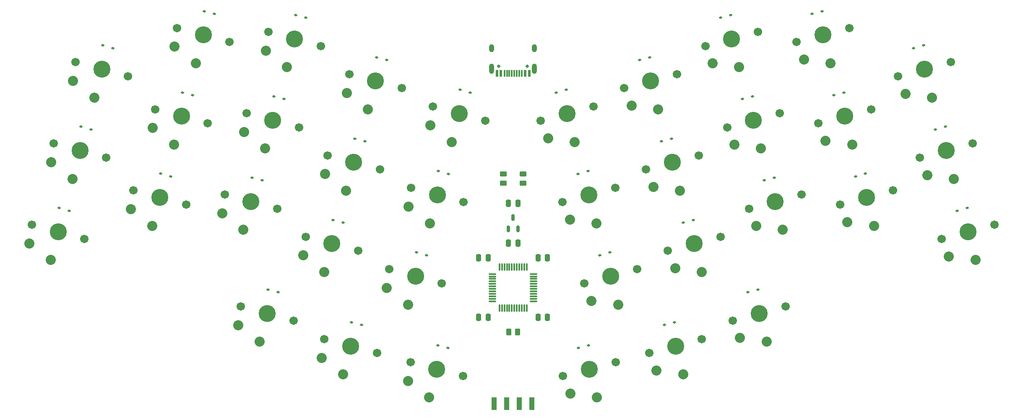
<source format=gts>
G04 #@! TF.GenerationSoftware,KiCad,Pcbnew,8.0.6+1*
G04 #@! TF.CreationDate,2024-11-03T11:26:52+01:00*
G04 #@! TF.ProjectId,keymini,6b65796d-696e-4692-9e6b-696361645f70,rev?*
G04 #@! TF.SameCoordinates,Original*
G04 #@! TF.FileFunction,Soldermask,Top*
G04 #@! TF.FilePolarity,Negative*
%FSLAX46Y46*%
G04 Gerber Fmt 4.6, Leading zero omitted, Abs format (unit mm)*
G04 Created by KiCad (PCBNEW 8.0.6+1) date 2024-11-03 11:26:52*
%MOMM*%
%LPD*%
G01*
G04 APERTURE LIST*
G04 Aperture macros list*
%AMRoundRect*
0 Rectangle with rounded corners*
0 $1 Rounding radius*
0 $2 $3 $4 $5 $6 $7 $8 $9 X,Y pos of 4 corners*
0 Add a 4 corners polygon primitive as box body*
4,1,4,$2,$3,$4,$5,$6,$7,$8,$9,$2,$3,0*
0 Add four circle primitives for the rounded corners*
1,1,$1+$1,$2,$3*
1,1,$1+$1,$4,$5*
1,1,$1+$1,$6,$7*
1,1,$1+$1,$8,$9*
0 Add four rect primitives between the rounded corners*
20,1,$1+$1,$2,$3,$4,$5,0*
20,1,$1+$1,$4,$5,$6,$7,0*
20,1,$1+$1,$6,$7,$8,$9,0*
20,1,$1+$1,$8,$9,$2,$3,0*%
G04 Aperture macros list end*
%ADD10RoundRect,0.250000X0.250000X0.475000X-0.250000X0.475000X-0.250000X-0.475000X0.250000X-0.475000X0*%
%ADD11C,1.701800*%
%ADD12C,3.429000*%
%ADD13C,2.032000*%
%ADD14RoundRect,0.112500X-0.210228X-0.060138X0.151994X-0.157195X0.210228X0.060138X-0.151994X0.157195X0*%
%ADD15RoundRect,0.112500X-0.151994X-0.157195X0.210228X-0.060138X0.151994X0.157195X-0.210228X0.060138X0*%
%ADD16RoundRect,0.250000X-0.250000X-0.475000X0.250000X-0.475000X0.250000X0.475000X-0.250000X0.475000X0*%
%ADD17RoundRect,0.250000X0.450000X-0.262500X0.450000X0.262500X-0.450000X0.262500X-0.450000X-0.262500X0*%
%ADD18RoundRect,0.075000X0.075000X-0.662500X0.075000X0.662500X-0.075000X0.662500X-0.075000X-0.662500X0*%
%ADD19RoundRect,0.075000X0.662500X-0.075000X0.662500X0.075000X-0.662500X0.075000X-0.662500X-0.075000X0*%
%ADD20RoundRect,0.250000X-0.450000X0.262500X-0.450000X-0.262500X0.450000X-0.262500X0.450000X0.262500X0*%
%ADD21RoundRect,0.250000X-0.262500X-0.450000X0.262500X-0.450000X0.262500X0.450000X-0.262500X0.450000X0*%
%ADD22C,0.650000*%
%ADD23R,0.600000X1.450000*%
%ADD24R,0.300000X1.450000*%
%ADD25O,1.000000X2.100000*%
%ADD26O,1.000000X1.600000*%
%ADD27R,1.000000X2.500000*%
%ADD28RoundRect,0.150000X0.150000X-0.512500X0.150000X0.512500X-0.150000X0.512500X-0.150000X-0.512500X0*%
G04 APERTURE END LIST*
D10*
G04 #@! TO.C,C2*
X150950000Y-72000000D03*
X149050000Y-72000000D03*
G04 #@! TD*
D11*
G04 #@! TO.C,SW1J1*
X227715408Y-38328505D03*
D12*
X233028000Y-36905000D03*
D11*
X238340592Y-35481495D03*
D13*
X234555032Y-42603962D03*
X229181883Y-41869613D03*
G04 #@! TD*
D14*
G04 #@! TO.C,D2A1*
X62773778Y-48514240D03*
X64802222Y-49057760D03*
G04 #@! TD*
G04 #@! TO.C,D4D1*
X117415778Y-88002240D03*
X119444222Y-88545760D03*
G04 #@! TD*
D11*
G04 #@! TO.C,SW4F1*
X160087408Y-98896505D03*
D12*
X165400000Y-97473000D03*
D11*
X170712592Y-96049495D03*
D13*
X166927032Y-103171962D03*
X161553883Y-102437613D03*
G04 #@! TD*
D11*
G04 #@! TO.C,SW2I1*
X211623408Y-47817505D03*
D12*
X216936000Y-46394000D03*
D11*
X222248592Y-44970495D03*
D13*
X218463032Y-52092962D03*
X213089883Y-51358613D03*
G04 #@! TD*
D11*
G04 #@! TO.C,SW3I1*
X216023408Y-64237505D03*
D12*
X221336000Y-62814000D03*
D11*
X226648592Y-61390495D03*
D13*
X222863032Y-68512962D03*
X217489883Y-67778613D03*
G04 #@! TD*
D11*
G04 #@! TO.C,SW1G1*
X172449408Y-40713505D03*
D12*
X177762000Y-39290000D03*
D11*
X183074592Y-37866495D03*
D13*
X179289032Y-44988962D03*
X173915883Y-44254613D03*
G04 #@! TD*
D15*
G04 #@! TO.C,D2H1*
X196282778Y-42920760D03*
X198311222Y-42377240D03*
G04 #@! TD*
D11*
G04 #@! TO.C,SW4E1*
X129287408Y-96049495D03*
D12*
X134600000Y-97473000D03*
D11*
X139912592Y-98896505D03*
D13*
X133072968Y-103171962D03*
X128786858Y-99849423D03*
G04 #@! TD*
D15*
G04 #@! TO.C,D3H1*
X200682778Y-59341760D03*
X202711222Y-58798240D03*
G04 #@! TD*
D14*
G04 #@! TO.C,D4E1*
X134802778Y-92661240D03*
X136831222Y-93204760D03*
G04 #@! TD*
D11*
G04 #@! TO.C,SW3G1*
X181249408Y-73555505D03*
D12*
X186562000Y-72132000D03*
D11*
X191874592Y-70708495D03*
D13*
X188089032Y-77830962D03*
X182715883Y-77096613D03*
G04 #@! TD*
D11*
G04 #@! TO.C,SW3C1*
X91773408Y-62185495D03*
D12*
X97086000Y-63609000D03*
D11*
X102398592Y-65032505D03*
D13*
X95558968Y-69307962D03*
X91272858Y-65985423D03*
G04 #@! TD*
D10*
G04 #@! TO.C,C4*
X156950000Y-87000000D03*
X155050000Y-87000000D03*
G04 #@! TD*
D16*
G04 #@! TO.C,C1*
X149050000Y-64000000D03*
X150950000Y-64000000D03*
G04 #@! TD*
D15*
G04 #@! TO.C,D4G1*
X180555778Y-88545760D03*
X182584222Y-88002240D03*
G04 #@! TD*
D16*
G04 #@! TO.C,C3*
X155050000Y-75000000D03*
X156950000Y-75000000D03*
G04 #@! TD*
D15*
G04 #@! TO.C,D2G1*
X179931778Y-51442760D03*
X181960222Y-50899240D03*
G04 #@! TD*
G04 #@! TO.C,D1I1*
X210304778Y-25704760D03*
X212333222Y-25161240D03*
G04 #@! TD*
D11*
G04 #@! TO.C,SW4D1*
X111901408Y-91390495D03*
D12*
X117214000Y-92814000D03*
D11*
X122526592Y-94237505D03*
D13*
X115686968Y-98512962D03*
X111400858Y-95190423D03*
G04 #@! TD*
D11*
G04 #@! TO.C,SW4C1*
X95032408Y-84799495D03*
D12*
X100345000Y-86223000D03*
D11*
X105657592Y-87646505D03*
D13*
X98817968Y-91921962D03*
X94531858Y-88599423D03*
G04 #@! TD*
D14*
G04 #@! TO.C,D2B1*
X83266778Y-41582240D03*
X85295222Y-42125760D03*
G04 #@! TD*
D17*
G04 #@! TO.C,R2*
X148000000Y-59912500D03*
X148000000Y-58087500D03*
G04 #@! TD*
D18*
G04 #@! TO.C,U1*
X147250000Y-85162500D03*
X147750000Y-85162500D03*
X148250000Y-85162500D03*
X148750000Y-85162500D03*
X149250000Y-85162500D03*
X149750000Y-85162500D03*
X150250000Y-85162500D03*
X150750000Y-85162500D03*
X151250000Y-85162500D03*
X151750000Y-85162500D03*
X152250000Y-85162500D03*
X152750000Y-85162500D03*
D19*
X154162500Y-83750000D03*
X154162500Y-83250000D03*
X154162500Y-82750000D03*
X154162500Y-82250000D03*
X154162500Y-81750000D03*
X154162500Y-81250000D03*
X154162500Y-80750000D03*
X154162500Y-80250000D03*
X154162500Y-79750000D03*
X154162500Y-79250000D03*
X154162500Y-78750000D03*
X154162500Y-78250000D03*
D18*
X152750000Y-76837500D03*
X152250000Y-76837500D03*
X151750000Y-76837500D03*
X151250000Y-76837500D03*
X150750000Y-76837500D03*
X150250000Y-76837500D03*
X149750000Y-76837500D03*
X149250000Y-76837500D03*
X148750000Y-76837500D03*
X148250000Y-76837500D03*
X147750000Y-76837500D03*
X147250000Y-76837500D03*
D19*
X145837500Y-78250000D03*
X145837500Y-78750000D03*
X145837500Y-79250000D03*
X145837500Y-79750000D03*
X145837500Y-80250000D03*
X145837500Y-80750000D03*
X145837500Y-81250000D03*
X145837500Y-81750000D03*
X145837500Y-82250000D03*
X145837500Y-82750000D03*
X145837500Y-83250000D03*
X145837500Y-83750000D03*
G04 #@! TD*
D11*
G04 #@! TO.C,SW2F1*
X159980408Y-63725505D03*
D12*
X165293000Y-62302000D03*
D11*
X170605592Y-60878495D03*
D13*
X166820032Y-68000962D03*
X161446883Y-67266613D03*
G04 #@! TD*
D11*
G04 #@! TO.C,SW4G1*
X177473408Y-94237505D03*
D12*
X182786000Y-92814000D03*
D11*
X188098592Y-91390495D03*
D13*
X184313032Y-98512962D03*
X178939883Y-97778613D03*
G04 #@! TD*
D15*
G04 #@! TO.C,D2F1*
X163062778Y-58033760D03*
X165091222Y-57490240D03*
G04 #@! TD*
D11*
G04 #@! TO.C,SW2G1*
X176849408Y-57134505D03*
D12*
X182162000Y-55711000D03*
D11*
X187474592Y-54287495D03*
D13*
X183689032Y-61409962D03*
X178315883Y-60675613D03*
G04 #@! TD*
D14*
G04 #@! TO.C,D3C1*
X97288778Y-58798240D03*
X99317222Y-59341760D03*
G04 #@! TD*
G04 #@! TO.C,D3B1*
X78866778Y-58003240D03*
X80895222Y-58546760D03*
G04 #@! TD*
G04 #@! TO.C,D1A1*
X67173778Y-32093240D03*
X69202222Y-32636760D03*
G04 #@! TD*
D11*
G04 #@! TO.C,SW1H1*
X188801408Y-32191505D03*
D12*
X194114000Y-30768000D03*
D11*
X199426592Y-29344495D03*
D13*
X195641032Y-36466962D03*
X190267883Y-35732613D03*
G04 #@! TD*
D11*
G04 #@! TO.C,SW3A1*
X52859408Y-68323495D03*
D12*
X58172000Y-69747000D03*
D11*
X63484592Y-71170505D03*
D13*
X56644968Y-75445962D03*
X52358858Y-72123423D03*
G04 #@! TD*
D11*
G04 #@! TO.C,SW3F1*
X164380408Y-80145505D03*
D12*
X169693000Y-78722000D03*
D11*
X175005592Y-77298495D03*
D13*
X171220032Y-84420962D03*
X165846883Y-83686613D03*
G04 #@! TD*
D14*
G04 #@! TO.C,D4C1*
X100546778Y-81411240D03*
X102575222Y-81954760D03*
G04 #@! TD*
D11*
G04 #@! TO.C,SW2E1*
X129394408Y-60878495D03*
D12*
X134707000Y-62302000D03*
D11*
X140019592Y-63725505D03*
D13*
X133179968Y-68000962D03*
X128893858Y-64678423D03*
G04 #@! TD*
D20*
G04 #@! TO.C,R1*
X152000000Y-58087500D03*
X152000000Y-59912500D03*
G04 #@! TD*
D21*
G04 #@! TO.C,R3*
X149087500Y-90000000D03*
X150912500Y-90000000D03*
G04 #@! TD*
D14*
G04 #@! TO.C,D1B1*
X87666778Y-25161240D03*
X89695222Y-25704760D03*
G04 #@! TD*
G04 #@! TO.C,D1C1*
X106088778Y-25956240D03*
X108117222Y-26499760D03*
G04 #@! TD*
D11*
G04 #@! TO.C,SW3D1*
X108125408Y-70708495D03*
D12*
X113438000Y-72132000D03*
D11*
X118750592Y-73555505D03*
D13*
X111910968Y-77830962D03*
X107624858Y-74508423D03*
G04 #@! TD*
D11*
G04 #@! TO.C,SW3J1*
X236515408Y-71170505D03*
D12*
X241828000Y-69747000D03*
D11*
X247140592Y-68323495D03*
D13*
X243355032Y-75445962D03*
X237981883Y-74711613D03*
G04 #@! TD*
D11*
G04 #@! TO.C,SW3B1*
X73352408Y-61390495D03*
D12*
X78665000Y-62814000D03*
D11*
X83977592Y-64237505D03*
D13*
X77137968Y-68512962D03*
X72851858Y-65190423D03*
G04 #@! TD*
D11*
G04 #@! TO.C,SW1F1*
X155580408Y-47304505D03*
D12*
X160893000Y-45881000D03*
D11*
X166205592Y-44457495D03*
D13*
X162420032Y-51579962D03*
X157046883Y-50845613D03*
G04 #@! TD*
D11*
G04 #@! TO.C,SW2D1*
X112525408Y-54287495D03*
D12*
X117838000Y-55711000D03*
D11*
X123150592Y-57134505D03*
D13*
X116310968Y-61409962D03*
X112024858Y-58087423D03*
G04 #@! TD*
D16*
G04 #@! TO.C,C6*
X143050000Y-75000000D03*
X144950000Y-75000000D03*
G04 #@! TD*
D11*
G04 #@! TO.C,SW4H1*
X194342408Y-87646505D03*
D12*
X199655000Y-86223000D03*
D11*
X204967592Y-84799495D03*
D13*
X201182032Y-91921962D03*
X195808883Y-91187613D03*
G04 #@! TD*
D15*
G04 #@! TO.C,D1J1*
X230797778Y-32636760D03*
X232826222Y-32093240D03*
G04 #@! TD*
D14*
G04 #@! TO.C,D3E1*
X130508778Y-73911240D03*
X132537222Y-74454760D03*
G04 #@! TD*
G04 #@! TO.C,D3D1*
X113639778Y-67320240D03*
X115668222Y-67863760D03*
G04 #@! TD*
G04 #@! TO.C,D2E1*
X134908778Y-57490240D03*
X136937222Y-58033760D03*
G04 #@! TD*
G04 #@! TO.C,D1E1*
X139308778Y-41069240D03*
X141337222Y-41612760D03*
G04 #@! TD*
D15*
G04 #@! TO.C,D2I1*
X214704778Y-42125760D03*
X216733222Y-41582240D03*
G04 #@! TD*
G04 #@! TO.C,D1F1*
X158662778Y-41612760D03*
X160691222Y-41069240D03*
G04 #@! TD*
D11*
G04 #@! TO.C,SW2B1*
X77751408Y-44970495D03*
D12*
X83064000Y-46394000D03*
D11*
X88376592Y-47817505D03*
D13*
X81536968Y-52092962D03*
X77250858Y-48770423D03*
G04 #@! TD*
D15*
G04 #@! TO.C,D1H1*
X191882778Y-26499760D03*
X193911222Y-25956240D03*
G04 #@! TD*
D11*
G04 #@! TO.C,SW1E1*
X133794408Y-44457495D03*
D12*
X139107000Y-45881000D03*
D11*
X144419592Y-47304505D03*
D13*
X137579968Y-51579962D03*
X133293858Y-48257423D03*
G04 #@! TD*
D15*
G04 #@! TO.C,D3I1*
X219104778Y-58546760D03*
X221133222Y-58003240D03*
G04 #@! TD*
G04 #@! TO.C,D3J1*
X239597778Y-65478760D03*
X241626222Y-64935240D03*
G04 #@! TD*
D10*
G04 #@! TO.C,C5*
X144950000Y-87000000D03*
X143050000Y-87000000D03*
G04 #@! TD*
D14*
G04 #@! TO.C,D2C1*
X101688778Y-42377240D03*
X103717222Y-42920760D03*
G04 #@! TD*
D22*
G04 #@! TO.C,J1*
X152890000Y-36275000D03*
X147110000Y-36275000D03*
D23*
X153250000Y-37720000D03*
X152450000Y-37720000D03*
D24*
X151250000Y-37720000D03*
X150250000Y-37720000D03*
X149750000Y-37720000D03*
X148750000Y-37720000D03*
D23*
X147550000Y-37720000D03*
X146750000Y-37720000D03*
X146750000Y-37720000D03*
X147550000Y-37720000D03*
D24*
X148250000Y-37720000D03*
X149250000Y-37720000D03*
X150750000Y-37720000D03*
X151750000Y-37720000D03*
D23*
X152450000Y-37720000D03*
X153250000Y-37720000D03*
D25*
X154320000Y-36805000D03*
D26*
X154320000Y-32625000D03*
D25*
X145680000Y-36805000D03*
D26*
X145680000Y-32625000D03*
G04 #@! TD*
D15*
G04 #@! TO.C,D3F1*
X167462778Y-74454760D03*
X169491222Y-73911240D03*
G04 #@! TD*
D27*
G04 #@! TO.C,J2*
X153810000Y-104475000D03*
X151270000Y-104475000D03*
X148730000Y-104475000D03*
X146190000Y-104475000D03*
G04 #@! TD*
D11*
G04 #@! TO.C,SW3H1*
X197601408Y-65032505D03*
D12*
X202914000Y-63609000D03*
D11*
X208226592Y-62185495D03*
D13*
X204441032Y-69307962D03*
X199067883Y-68573613D03*
G04 #@! TD*
D11*
G04 #@! TO.C,SW2J1*
X232115408Y-54749505D03*
D12*
X237428000Y-53326000D03*
D11*
X242740592Y-51902495D03*
D13*
X238955032Y-59024962D03*
X233581883Y-58290613D03*
G04 #@! TD*
D14*
G04 #@! TO.C,D2D1*
X118039778Y-50899240D03*
X120068222Y-51442760D03*
G04 #@! TD*
D15*
G04 #@! TO.C,D3G1*
X184331778Y-67863760D03*
X186360222Y-67320240D03*
G04 #@! TD*
D11*
G04 #@! TO.C,SW1B1*
X82151408Y-28549495D03*
D12*
X87464000Y-29973000D03*
D11*
X92776592Y-31396505D03*
D13*
X85936968Y-35671962D03*
X81650858Y-32349423D03*
G04 #@! TD*
D11*
G04 #@! TO.C,SW1D1*
X116925408Y-37866495D03*
D12*
X122238000Y-39290000D03*
D11*
X127550592Y-40713505D03*
D13*
X120710968Y-44988962D03*
X116424858Y-41666423D03*
G04 #@! TD*
D28*
G04 #@! TO.C,U2*
X149050000Y-69137500D03*
X150950000Y-69137500D03*
X150000000Y-66862500D03*
G04 #@! TD*
D11*
G04 #@! TO.C,SW2A1*
X57259408Y-51902495D03*
D12*
X62572000Y-53326000D03*
D11*
X67884592Y-54749505D03*
D13*
X61044968Y-59024962D03*
X56758858Y-55702423D03*
G04 #@! TD*
D11*
G04 #@! TO.C,SW1A1*
X61659408Y-35481495D03*
D12*
X66972000Y-36905000D03*
D11*
X72284592Y-38328505D03*
D13*
X65444968Y-42603962D03*
X61158858Y-39281423D03*
G04 #@! TD*
D14*
G04 #@! TO.C,D3A1*
X58373778Y-64935240D03*
X60402222Y-65478760D03*
G04 #@! TD*
D15*
G04 #@! TO.C,D4H1*
X197424778Y-81954760D03*
X199453222Y-81411240D03*
G04 #@! TD*
D11*
G04 #@! TO.C,SW3E1*
X124994408Y-77298495D03*
D12*
X130307000Y-78722000D03*
D11*
X135619592Y-80145505D03*
D13*
X128779968Y-84420962D03*
X124493858Y-81098423D03*
G04 #@! TD*
D15*
G04 #@! TO.C,D2J1*
X235197778Y-49057760D03*
X237226222Y-48514240D03*
G04 #@! TD*
D14*
G04 #@! TO.C,D1D1*
X122439778Y-34479240D03*
X124468222Y-35022760D03*
G04 #@! TD*
D15*
G04 #@! TO.C,D4F1*
X163168778Y-93204760D03*
X165197222Y-92661240D03*
G04 #@! TD*
D11*
G04 #@! TO.C,SW2C1*
X96173408Y-45765495D03*
D12*
X101486000Y-47189000D03*
D11*
X106798592Y-48612505D03*
D13*
X99958968Y-52887962D03*
X95672858Y-49565423D03*
G04 #@! TD*
D11*
G04 #@! TO.C,SW1C1*
X100573408Y-29344495D03*
D12*
X105886000Y-30768000D03*
D11*
X111198592Y-32191505D03*
D13*
X104358968Y-36466962D03*
X100072858Y-33144423D03*
G04 #@! TD*
D11*
G04 #@! TO.C,SW2H1*
X193201408Y-48612505D03*
D12*
X198514000Y-47189000D03*
D11*
X203826592Y-45765495D03*
D13*
X200041032Y-52887962D03*
X194667883Y-52153613D03*
G04 #@! TD*
D15*
G04 #@! TO.C,D1G1*
X175531778Y-35022760D03*
X177560222Y-34479240D03*
G04 #@! TD*
D11*
G04 #@! TO.C,SW1I1*
X207223408Y-31396505D03*
D12*
X212536000Y-29973000D03*
D11*
X217848592Y-28549495D03*
D13*
X214063032Y-35671962D03*
X208689883Y-34937613D03*
G04 #@! TD*
M02*

</source>
